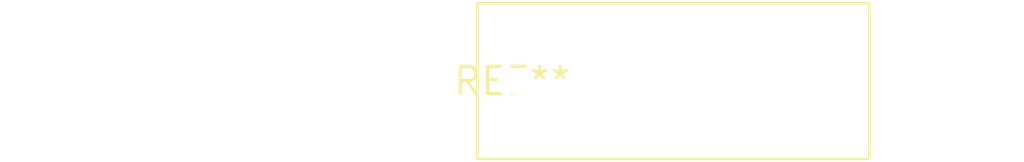
<source format=kicad_pcb>
(kicad_pcb (version 20240108) (generator pcbnew)
  (layers (0 "F.Cu" signal) (31 "B.Cu" signal) (34 "B.Paste" user) (35 "F.Paste" user) (36 "B.SilkS" user "B.Silkscreen") (37 "F.SilkS" user "F.Silkscreen") (38 "B.Mask" user) (39 "F.Mask" user) (44 "Edge.Cuts" user))
  (net 0 "")
  (footprint "C_Rect_L18.0mm_W7.0mm_P15.00mm_FKS3_FKP3" (layer "F.Cu") (at 0 0)
    (property "Reference" "REF**")
    (property "Value" "C_Rect_L18.0mm_W7.0mm_P15.00mm_FKS3_FKP3")
    (fp_line (start -1.62 -3.62) (end -1.62 3.62) (layer "F.SilkS") (stroke (width 0.12)))
    (fp_line (start -1.62 -3.62) (end 16.62 -3.62) (layer "F.SilkS") (stroke (width 0.12)))
    (fp_line (start -1.62 3.62) (end 16.62 3.62) (layer "F.SilkS") (stroke (width 0.12)))
    (fp_line (start 16.62 -3.62) (end 16.62 3.62) (layer "F.SilkS") (stroke (width 0.12)))
    (pad "1" thru_hole circle (at 0 0) (size 2.4 2.4) (drill 1.2) (layers *.Cu *.Mask) (remove_unused_layers))
    (pad "2" thru_hole circle (at 15 0) (size 2.4 2.4) (drill 1.2) (layers *.Cu *.Mask) (remove_unused_layers))
  )
)
</source>
